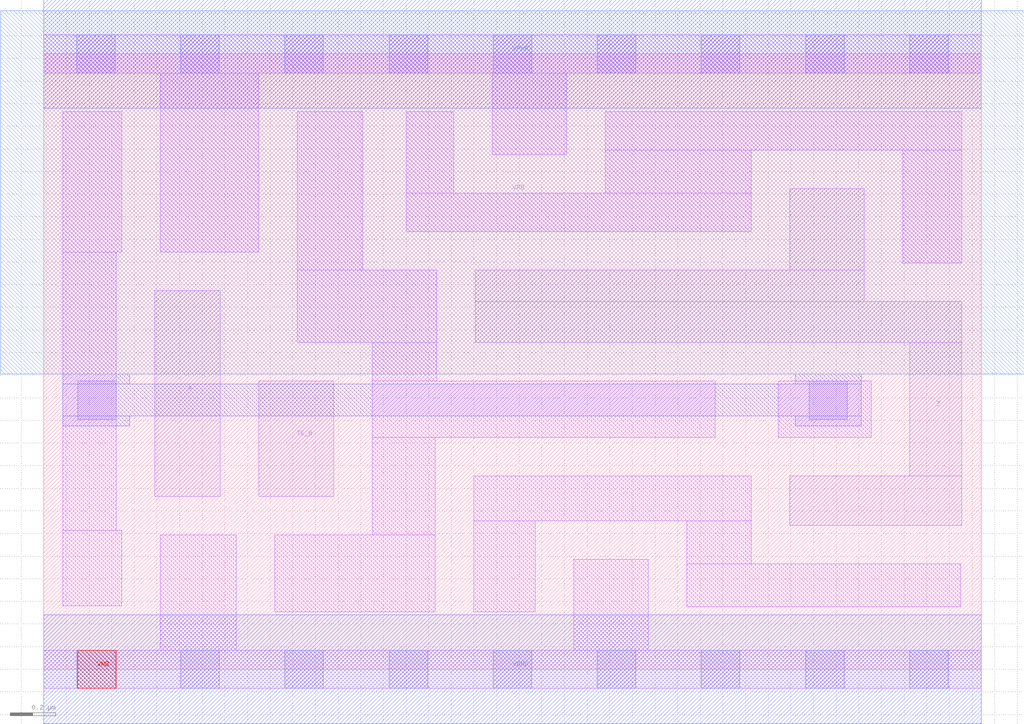
<source format=lef>
# Copyright 2020 The SkyWater PDK Authors
#
# Licensed under the Apache License, Version 2.0 (the "License");
# you may not use this file except in compliance with the License.
# You may obtain a copy of the License at
#
#     https://www.apache.org/licenses/LICENSE-2.0
#
# Unless required by applicable law or agreed to in writing, software
# distributed under the License is distributed on an "AS IS" BASIS,
# WITHOUT WARRANTIES OR CONDITIONS OF ANY KIND, either express or implied.
# See the License for the specific language governing permissions and
# limitations under the License.
#
# SPDX-License-Identifier: Apache-2.0

VERSION 5.7 ;
  NOWIREEXTENSIONATPIN ON ;
  DIVIDERCHAR "/" ;
  BUSBITCHARS "[]" ;
MACRO sky130_fd_sc_hd__ebufn_2
  CLASS CORE ;
  FOREIGN sky130_fd_sc_hd__ebufn_2 ;
  ORIGIN  0.000000  0.000000 ;
  SIZE  4.140000 BY  2.720000 ;
  SYMMETRY X Y R90 ;
  SITE unithd ;
  PIN A
    ANTENNAGATEAREA  0.159000 ;
    DIRECTION INPUT ;
    USE SIGNAL ;
    PORT
      LAYER li1 ;
        RECT 0.490000 0.765000 0.780000 1.675000 ;
    END
  END A
  PIN TE_B
    ANTENNAGATEAREA  0.441000 ;
    DIRECTION INPUT ;
    USE SIGNAL ;
    PORT
      LAYER li1 ;
        RECT 0.950000 0.765000 1.280000 1.275000 ;
    END
  END TE_B
  PIN Z
    ANTENNADIFFAREA  0.445500 ;
    DIRECTION OUTPUT ;
    USE SIGNAL ;
    PORT
      LAYER li1 ;
        RECT 1.905000 1.445000 4.055000 1.625000 ;
        RECT 1.905000 1.625000 3.625000 1.765000 ;
        RECT 3.295000 0.635000 4.055000 0.855000 ;
        RECT 3.295000 1.765000 3.625000 2.125000 ;
        RECT 3.825000 0.855000 4.055000 1.445000 ;
    END
  END Z
  PIN VGND
    DIRECTION INOUT ;
    SHAPE ABUTMENT ;
    USE GROUND ;
    PORT
      LAYER met1 ;
        RECT 0.000000 -0.240000 4.140000 0.240000 ;
    END
  END VGND
  PIN VNB
    DIRECTION INOUT ;
    USE GROUND ;
    PORT
      LAYER pwell ;
        RECT 0.150000 -0.085000 0.320000 0.085000 ;
    END
  END VNB
  PIN VPB
    DIRECTION INOUT ;
    USE POWER ;
    PORT
      LAYER nwell ;
        RECT -0.190000 1.305000 4.330000 2.910000 ;
    END
  END VPB
  PIN VPWR
    DIRECTION INOUT ;
    SHAPE ABUTMENT ;
    USE POWER ;
    PORT
      LAYER met1 ;
        RECT 0.000000 2.480000 4.140000 2.960000 ;
    END
  END VPWR
  OBS
    LAYER li1 ;
      RECT 0.000000 -0.085000 4.140000 0.085000 ;
      RECT 0.000000  2.635000 4.140000 2.805000 ;
      RECT 0.085000  0.280000 0.345000 0.615000 ;
      RECT 0.085000  0.615000 0.320000 1.845000 ;
      RECT 0.085000  1.845000 0.345000 2.465000 ;
      RECT 0.515000  0.085000 0.850000 0.595000 ;
      RECT 0.515000  1.845000 0.950000 2.635000 ;
      RECT 1.020000  0.255000 1.730000 0.595000 ;
      RECT 1.120000  1.445000 1.735000 1.765000 ;
      RECT 1.120000  1.765000 1.410000 2.465000 ;
      RECT 1.450000  0.595000 1.730000 1.025000 ;
      RECT 1.450000  1.025000 2.965000 1.275000 ;
      RECT 1.450000  1.275000 1.735000 1.445000 ;
      RECT 1.600000  1.935000 3.125000 2.105000 ;
      RECT 1.600000  2.105000 1.810000 2.465000 ;
      RECT 1.900000  0.255000 2.170000 0.655000 ;
      RECT 1.900000  0.655000 3.125000 0.855000 ;
      RECT 1.980000  2.275000 2.310000 2.635000 ;
      RECT 2.340000  0.085000 2.670000 0.485000 ;
      RECT 2.480000  2.105000 3.125000 2.295000 ;
      RECT 2.480000  2.295000 4.055000 2.465000 ;
      RECT 2.840000  0.275000 4.050000 0.465000 ;
      RECT 2.840000  0.465000 3.125000 0.655000 ;
      RECT 3.245000  1.025000 3.655000 1.275000 ;
      RECT 3.795000  1.795000 4.055000 2.295000 ;
    LAYER mcon ;
      RECT 0.145000 -0.085000 0.315000 0.085000 ;
      RECT 0.145000  2.635000 0.315000 2.805000 ;
      RECT 0.150000  1.105000 0.320000 1.275000 ;
      RECT 0.605000 -0.085000 0.775000 0.085000 ;
      RECT 0.605000  2.635000 0.775000 2.805000 ;
      RECT 1.065000 -0.085000 1.235000 0.085000 ;
      RECT 1.065000  2.635000 1.235000 2.805000 ;
      RECT 1.525000 -0.085000 1.695000 0.085000 ;
      RECT 1.525000  2.635000 1.695000 2.805000 ;
      RECT 1.985000 -0.085000 2.155000 0.085000 ;
      RECT 1.985000  2.635000 2.155000 2.805000 ;
      RECT 2.445000 -0.085000 2.615000 0.085000 ;
      RECT 2.445000  2.635000 2.615000 2.805000 ;
      RECT 2.905000 -0.085000 3.075000 0.085000 ;
      RECT 2.905000  2.635000 3.075000 2.805000 ;
      RECT 3.365000 -0.085000 3.535000 0.085000 ;
      RECT 3.365000  2.635000 3.535000 2.805000 ;
      RECT 3.380000  1.105000 3.550000 1.275000 ;
      RECT 3.825000 -0.085000 3.995000 0.085000 ;
      RECT 3.825000  2.635000 3.995000 2.805000 ;
    LAYER met1 ;
      RECT 0.085000 1.075000 0.380000 1.120000 ;
      RECT 0.085000 1.120000 3.610000 1.260000 ;
      RECT 0.085000 1.260000 0.380000 1.305000 ;
      RECT 3.320000 1.075000 3.610000 1.120000 ;
      RECT 3.320000 1.260000 3.610000 1.305000 ;
  END
END sky130_fd_sc_hd__ebufn_2
END LIBRARY

</source>
